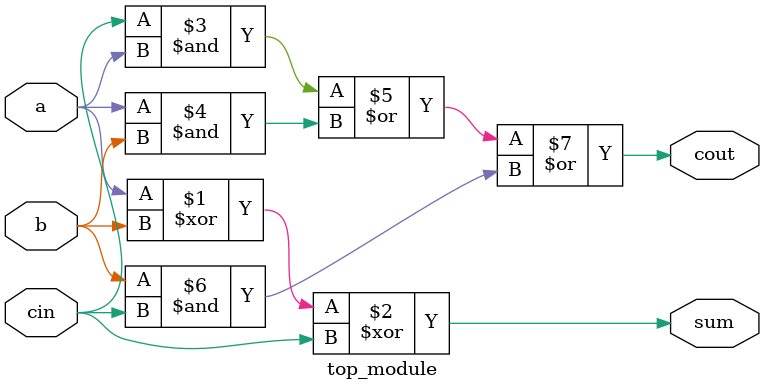
<source format=v>
module top_module( 
    input a, b, cin,
    output cout, sum );
    
    assign sum = a^b^cin;
    assign cout = cin&a | a&b | b&cin;

endmodule


</source>
